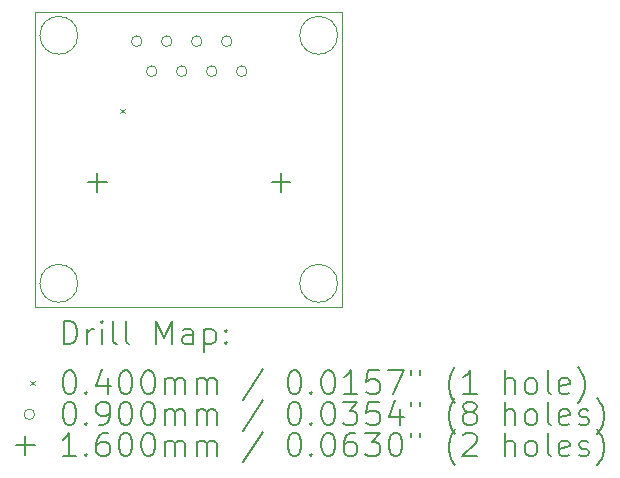
<source format=gbr>
%TF.GenerationSoftware,KiCad,Pcbnew,7.0.2-6a45011f42~172~ubuntu22.04.1*%
%TF.CreationDate,2023-07-12T13:58:45-05:00*%
%TF.ProjectId,Encoder,456e636f-6465-4722-9e6b-696361645f70,rev?*%
%TF.SameCoordinates,Original*%
%TF.FileFunction,Drillmap*%
%TF.FilePolarity,Positive*%
%FSLAX45Y45*%
G04 Gerber Fmt 4.5, Leading zero omitted, Abs format (unit mm)*
G04 Created by KiCad (PCBNEW 7.0.2-6a45011f42~172~ubuntu22.04.1) date 2023-07-12 13:58:45*
%MOMM*%
%LPD*%
G01*
G04 APERTURE LIST*
%ADD10C,0.100000*%
%ADD11C,0.200000*%
%ADD12C,0.040000*%
%ADD13C,0.090000*%
%ADD14C,0.160000*%
G04 APERTURE END LIST*
D10*
X7360000Y-5000000D02*
G75*
G03*
X7360000Y-5000000I-160000J0D01*
G01*
X5160000Y-5000000D02*
G75*
G03*
X5160000Y-5000000I-160000J0D01*
G01*
X4800000Y-4800000D02*
X7400000Y-4800000D01*
X7400000Y-7300000D01*
X4800000Y-7300000D01*
X4800000Y-4800000D01*
X5160000Y-7100000D02*
G75*
G03*
X5160000Y-7100000I-160000J0D01*
G01*
X7360000Y-7100000D02*
G75*
G03*
X7360000Y-7100000I-160000J0D01*
G01*
D11*
D12*
X5520000Y-5620000D02*
X5560000Y-5660000D01*
X5560000Y-5620000D02*
X5520000Y-5660000D01*
D13*
X5705000Y-5050000D02*
G75*
G03*
X5705000Y-5050000I-45000J0D01*
G01*
X5832000Y-5304000D02*
G75*
G03*
X5832000Y-5304000I-45000J0D01*
G01*
X5959000Y-5050000D02*
G75*
G03*
X5959000Y-5050000I-45000J0D01*
G01*
X6086000Y-5304000D02*
G75*
G03*
X6086000Y-5304000I-45000J0D01*
G01*
X6213000Y-5050000D02*
G75*
G03*
X6213000Y-5050000I-45000J0D01*
G01*
X6340000Y-5304000D02*
G75*
G03*
X6340000Y-5304000I-45000J0D01*
G01*
X6467000Y-5050000D02*
G75*
G03*
X6467000Y-5050000I-45000J0D01*
G01*
X6594000Y-5304000D02*
G75*
G03*
X6594000Y-5304000I-45000J0D01*
G01*
D14*
X5327500Y-6164000D02*
X5327500Y-6324000D01*
X5247500Y-6244000D02*
X5407500Y-6244000D01*
X6881500Y-6164000D02*
X6881500Y-6324000D01*
X6801500Y-6244000D02*
X6961500Y-6244000D01*
D11*
X5042619Y-7617524D02*
X5042619Y-7417524D01*
X5042619Y-7417524D02*
X5090238Y-7417524D01*
X5090238Y-7417524D02*
X5118810Y-7427048D01*
X5118810Y-7427048D02*
X5137857Y-7446095D01*
X5137857Y-7446095D02*
X5147381Y-7465143D01*
X5147381Y-7465143D02*
X5156905Y-7503238D01*
X5156905Y-7503238D02*
X5156905Y-7531809D01*
X5156905Y-7531809D02*
X5147381Y-7569905D01*
X5147381Y-7569905D02*
X5137857Y-7588952D01*
X5137857Y-7588952D02*
X5118810Y-7608000D01*
X5118810Y-7608000D02*
X5090238Y-7617524D01*
X5090238Y-7617524D02*
X5042619Y-7617524D01*
X5242619Y-7617524D02*
X5242619Y-7484190D01*
X5242619Y-7522286D02*
X5252143Y-7503238D01*
X5252143Y-7503238D02*
X5261667Y-7493714D01*
X5261667Y-7493714D02*
X5280714Y-7484190D01*
X5280714Y-7484190D02*
X5299762Y-7484190D01*
X5366429Y-7617524D02*
X5366429Y-7484190D01*
X5366429Y-7417524D02*
X5356905Y-7427048D01*
X5356905Y-7427048D02*
X5366429Y-7436571D01*
X5366429Y-7436571D02*
X5375952Y-7427048D01*
X5375952Y-7427048D02*
X5366429Y-7417524D01*
X5366429Y-7417524D02*
X5366429Y-7436571D01*
X5490238Y-7617524D02*
X5471190Y-7608000D01*
X5471190Y-7608000D02*
X5461667Y-7588952D01*
X5461667Y-7588952D02*
X5461667Y-7417524D01*
X5595000Y-7617524D02*
X5575952Y-7608000D01*
X5575952Y-7608000D02*
X5566429Y-7588952D01*
X5566429Y-7588952D02*
X5566429Y-7417524D01*
X5823571Y-7617524D02*
X5823571Y-7417524D01*
X5823571Y-7417524D02*
X5890238Y-7560381D01*
X5890238Y-7560381D02*
X5956905Y-7417524D01*
X5956905Y-7417524D02*
X5956905Y-7617524D01*
X6137857Y-7617524D02*
X6137857Y-7512762D01*
X6137857Y-7512762D02*
X6128333Y-7493714D01*
X6128333Y-7493714D02*
X6109286Y-7484190D01*
X6109286Y-7484190D02*
X6071190Y-7484190D01*
X6071190Y-7484190D02*
X6052143Y-7493714D01*
X6137857Y-7608000D02*
X6118809Y-7617524D01*
X6118809Y-7617524D02*
X6071190Y-7617524D01*
X6071190Y-7617524D02*
X6052143Y-7608000D01*
X6052143Y-7608000D02*
X6042619Y-7588952D01*
X6042619Y-7588952D02*
X6042619Y-7569905D01*
X6042619Y-7569905D02*
X6052143Y-7550857D01*
X6052143Y-7550857D02*
X6071190Y-7541333D01*
X6071190Y-7541333D02*
X6118809Y-7541333D01*
X6118809Y-7541333D02*
X6137857Y-7531809D01*
X6233095Y-7484190D02*
X6233095Y-7684190D01*
X6233095Y-7493714D02*
X6252143Y-7484190D01*
X6252143Y-7484190D02*
X6290238Y-7484190D01*
X6290238Y-7484190D02*
X6309286Y-7493714D01*
X6309286Y-7493714D02*
X6318809Y-7503238D01*
X6318809Y-7503238D02*
X6328333Y-7522286D01*
X6328333Y-7522286D02*
X6328333Y-7579428D01*
X6328333Y-7579428D02*
X6318809Y-7598476D01*
X6318809Y-7598476D02*
X6309286Y-7608000D01*
X6309286Y-7608000D02*
X6290238Y-7617524D01*
X6290238Y-7617524D02*
X6252143Y-7617524D01*
X6252143Y-7617524D02*
X6233095Y-7608000D01*
X6414048Y-7598476D02*
X6423571Y-7608000D01*
X6423571Y-7608000D02*
X6414048Y-7617524D01*
X6414048Y-7617524D02*
X6404524Y-7608000D01*
X6404524Y-7608000D02*
X6414048Y-7598476D01*
X6414048Y-7598476D02*
X6414048Y-7617524D01*
X6414048Y-7493714D02*
X6423571Y-7503238D01*
X6423571Y-7503238D02*
X6414048Y-7512762D01*
X6414048Y-7512762D02*
X6404524Y-7503238D01*
X6404524Y-7503238D02*
X6414048Y-7493714D01*
X6414048Y-7493714D02*
X6414048Y-7512762D01*
D12*
X4755000Y-7925000D02*
X4795000Y-7965000D01*
X4795000Y-7925000D02*
X4755000Y-7965000D01*
D11*
X5080714Y-7837524D02*
X5099762Y-7837524D01*
X5099762Y-7837524D02*
X5118810Y-7847048D01*
X5118810Y-7847048D02*
X5128333Y-7856571D01*
X5128333Y-7856571D02*
X5137857Y-7875619D01*
X5137857Y-7875619D02*
X5147381Y-7913714D01*
X5147381Y-7913714D02*
X5147381Y-7961333D01*
X5147381Y-7961333D02*
X5137857Y-7999428D01*
X5137857Y-7999428D02*
X5128333Y-8018476D01*
X5128333Y-8018476D02*
X5118810Y-8028000D01*
X5118810Y-8028000D02*
X5099762Y-8037524D01*
X5099762Y-8037524D02*
X5080714Y-8037524D01*
X5080714Y-8037524D02*
X5061667Y-8028000D01*
X5061667Y-8028000D02*
X5052143Y-8018476D01*
X5052143Y-8018476D02*
X5042619Y-7999428D01*
X5042619Y-7999428D02*
X5033095Y-7961333D01*
X5033095Y-7961333D02*
X5033095Y-7913714D01*
X5033095Y-7913714D02*
X5042619Y-7875619D01*
X5042619Y-7875619D02*
X5052143Y-7856571D01*
X5052143Y-7856571D02*
X5061667Y-7847048D01*
X5061667Y-7847048D02*
X5080714Y-7837524D01*
X5233095Y-8018476D02*
X5242619Y-8028000D01*
X5242619Y-8028000D02*
X5233095Y-8037524D01*
X5233095Y-8037524D02*
X5223571Y-8028000D01*
X5223571Y-8028000D02*
X5233095Y-8018476D01*
X5233095Y-8018476D02*
X5233095Y-8037524D01*
X5414048Y-7904190D02*
X5414048Y-8037524D01*
X5366429Y-7828000D02*
X5318810Y-7970857D01*
X5318810Y-7970857D02*
X5442619Y-7970857D01*
X5556905Y-7837524D02*
X5575952Y-7837524D01*
X5575952Y-7837524D02*
X5595000Y-7847048D01*
X5595000Y-7847048D02*
X5604524Y-7856571D01*
X5604524Y-7856571D02*
X5614048Y-7875619D01*
X5614048Y-7875619D02*
X5623571Y-7913714D01*
X5623571Y-7913714D02*
X5623571Y-7961333D01*
X5623571Y-7961333D02*
X5614048Y-7999428D01*
X5614048Y-7999428D02*
X5604524Y-8018476D01*
X5604524Y-8018476D02*
X5595000Y-8028000D01*
X5595000Y-8028000D02*
X5575952Y-8037524D01*
X5575952Y-8037524D02*
X5556905Y-8037524D01*
X5556905Y-8037524D02*
X5537857Y-8028000D01*
X5537857Y-8028000D02*
X5528333Y-8018476D01*
X5528333Y-8018476D02*
X5518810Y-7999428D01*
X5518810Y-7999428D02*
X5509286Y-7961333D01*
X5509286Y-7961333D02*
X5509286Y-7913714D01*
X5509286Y-7913714D02*
X5518810Y-7875619D01*
X5518810Y-7875619D02*
X5528333Y-7856571D01*
X5528333Y-7856571D02*
X5537857Y-7847048D01*
X5537857Y-7847048D02*
X5556905Y-7837524D01*
X5747381Y-7837524D02*
X5766429Y-7837524D01*
X5766429Y-7837524D02*
X5785476Y-7847048D01*
X5785476Y-7847048D02*
X5795000Y-7856571D01*
X5795000Y-7856571D02*
X5804524Y-7875619D01*
X5804524Y-7875619D02*
X5814048Y-7913714D01*
X5814048Y-7913714D02*
X5814048Y-7961333D01*
X5814048Y-7961333D02*
X5804524Y-7999428D01*
X5804524Y-7999428D02*
X5795000Y-8018476D01*
X5795000Y-8018476D02*
X5785476Y-8028000D01*
X5785476Y-8028000D02*
X5766429Y-8037524D01*
X5766429Y-8037524D02*
X5747381Y-8037524D01*
X5747381Y-8037524D02*
X5728333Y-8028000D01*
X5728333Y-8028000D02*
X5718809Y-8018476D01*
X5718809Y-8018476D02*
X5709286Y-7999428D01*
X5709286Y-7999428D02*
X5699762Y-7961333D01*
X5699762Y-7961333D02*
X5699762Y-7913714D01*
X5699762Y-7913714D02*
X5709286Y-7875619D01*
X5709286Y-7875619D02*
X5718809Y-7856571D01*
X5718809Y-7856571D02*
X5728333Y-7847048D01*
X5728333Y-7847048D02*
X5747381Y-7837524D01*
X5899762Y-8037524D02*
X5899762Y-7904190D01*
X5899762Y-7923238D02*
X5909286Y-7913714D01*
X5909286Y-7913714D02*
X5928333Y-7904190D01*
X5928333Y-7904190D02*
X5956905Y-7904190D01*
X5956905Y-7904190D02*
X5975952Y-7913714D01*
X5975952Y-7913714D02*
X5985476Y-7932762D01*
X5985476Y-7932762D02*
X5985476Y-8037524D01*
X5985476Y-7932762D02*
X5995000Y-7913714D01*
X5995000Y-7913714D02*
X6014048Y-7904190D01*
X6014048Y-7904190D02*
X6042619Y-7904190D01*
X6042619Y-7904190D02*
X6061667Y-7913714D01*
X6061667Y-7913714D02*
X6071190Y-7932762D01*
X6071190Y-7932762D02*
X6071190Y-8037524D01*
X6166429Y-8037524D02*
X6166429Y-7904190D01*
X6166429Y-7923238D02*
X6175952Y-7913714D01*
X6175952Y-7913714D02*
X6195000Y-7904190D01*
X6195000Y-7904190D02*
X6223571Y-7904190D01*
X6223571Y-7904190D02*
X6242619Y-7913714D01*
X6242619Y-7913714D02*
X6252143Y-7932762D01*
X6252143Y-7932762D02*
X6252143Y-8037524D01*
X6252143Y-7932762D02*
X6261667Y-7913714D01*
X6261667Y-7913714D02*
X6280714Y-7904190D01*
X6280714Y-7904190D02*
X6309286Y-7904190D01*
X6309286Y-7904190D02*
X6328333Y-7913714D01*
X6328333Y-7913714D02*
X6337857Y-7932762D01*
X6337857Y-7932762D02*
X6337857Y-8037524D01*
X6728333Y-7828000D02*
X6556905Y-8085143D01*
X6985476Y-7837524D02*
X7004524Y-7837524D01*
X7004524Y-7837524D02*
X7023572Y-7847048D01*
X7023572Y-7847048D02*
X7033095Y-7856571D01*
X7033095Y-7856571D02*
X7042619Y-7875619D01*
X7042619Y-7875619D02*
X7052143Y-7913714D01*
X7052143Y-7913714D02*
X7052143Y-7961333D01*
X7052143Y-7961333D02*
X7042619Y-7999428D01*
X7042619Y-7999428D02*
X7033095Y-8018476D01*
X7033095Y-8018476D02*
X7023572Y-8028000D01*
X7023572Y-8028000D02*
X7004524Y-8037524D01*
X7004524Y-8037524D02*
X6985476Y-8037524D01*
X6985476Y-8037524D02*
X6966429Y-8028000D01*
X6966429Y-8028000D02*
X6956905Y-8018476D01*
X6956905Y-8018476D02*
X6947381Y-7999428D01*
X6947381Y-7999428D02*
X6937857Y-7961333D01*
X6937857Y-7961333D02*
X6937857Y-7913714D01*
X6937857Y-7913714D02*
X6947381Y-7875619D01*
X6947381Y-7875619D02*
X6956905Y-7856571D01*
X6956905Y-7856571D02*
X6966429Y-7847048D01*
X6966429Y-7847048D02*
X6985476Y-7837524D01*
X7137857Y-8018476D02*
X7147381Y-8028000D01*
X7147381Y-8028000D02*
X7137857Y-8037524D01*
X7137857Y-8037524D02*
X7128333Y-8028000D01*
X7128333Y-8028000D02*
X7137857Y-8018476D01*
X7137857Y-8018476D02*
X7137857Y-8037524D01*
X7271191Y-7837524D02*
X7290238Y-7837524D01*
X7290238Y-7837524D02*
X7309286Y-7847048D01*
X7309286Y-7847048D02*
X7318810Y-7856571D01*
X7318810Y-7856571D02*
X7328333Y-7875619D01*
X7328333Y-7875619D02*
X7337857Y-7913714D01*
X7337857Y-7913714D02*
X7337857Y-7961333D01*
X7337857Y-7961333D02*
X7328333Y-7999428D01*
X7328333Y-7999428D02*
X7318810Y-8018476D01*
X7318810Y-8018476D02*
X7309286Y-8028000D01*
X7309286Y-8028000D02*
X7290238Y-8037524D01*
X7290238Y-8037524D02*
X7271191Y-8037524D01*
X7271191Y-8037524D02*
X7252143Y-8028000D01*
X7252143Y-8028000D02*
X7242619Y-8018476D01*
X7242619Y-8018476D02*
X7233095Y-7999428D01*
X7233095Y-7999428D02*
X7223572Y-7961333D01*
X7223572Y-7961333D02*
X7223572Y-7913714D01*
X7223572Y-7913714D02*
X7233095Y-7875619D01*
X7233095Y-7875619D02*
X7242619Y-7856571D01*
X7242619Y-7856571D02*
X7252143Y-7847048D01*
X7252143Y-7847048D02*
X7271191Y-7837524D01*
X7528333Y-8037524D02*
X7414048Y-8037524D01*
X7471191Y-8037524D02*
X7471191Y-7837524D01*
X7471191Y-7837524D02*
X7452143Y-7866095D01*
X7452143Y-7866095D02*
X7433095Y-7885143D01*
X7433095Y-7885143D02*
X7414048Y-7894667D01*
X7709286Y-7837524D02*
X7614048Y-7837524D01*
X7614048Y-7837524D02*
X7604524Y-7932762D01*
X7604524Y-7932762D02*
X7614048Y-7923238D01*
X7614048Y-7923238D02*
X7633095Y-7913714D01*
X7633095Y-7913714D02*
X7680714Y-7913714D01*
X7680714Y-7913714D02*
X7699762Y-7923238D01*
X7699762Y-7923238D02*
X7709286Y-7932762D01*
X7709286Y-7932762D02*
X7718810Y-7951809D01*
X7718810Y-7951809D02*
X7718810Y-7999428D01*
X7718810Y-7999428D02*
X7709286Y-8018476D01*
X7709286Y-8018476D02*
X7699762Y-8028000D01*
X7699762Y-8028000D02*
X7680714Y-8037524D01*
X7680714Y-8037524D02*
X7633095Y-8037524D01*
X7633095Y-8037524D02*
X7614048Y-8028000D01*
X7614048Y-8028000D02*
X7604524Y-8018476D01*
X7785476Y-7837524D02*
X7918810Y-7837524D01*
X7918810Y-7837524D02*
X7833095Y-8037524D01*
X7985476Y-7837524D02*
X7985476Y-7875619D01*
X8061667Y-7837524D02*
X8061667Y-7875619D01*
X8356905Y-8113714D02*
X8347381Y-8104190D01*
X8347381Y-8104190D02*
X8328334Y-8075619D01*
X8328334Y-8075619D02*
X8318810Y-8056571D01*
X8318810Y-8056571D02*
X8309286Y-8028000D01*
X8309286Y-8028000D02*
X8299762Y-7980381D01*
X8299762Y-7980381D02*
X8299762Y-7942286D01*
X8299762Y-7942286D02*
X8309286Y-7894667D01*
X8309286Y-7894667D02*
X8318810Y-7866095D01*
X8318810Y-7866095D02*
X8328334Y-7847048D01*
X8328334Y-7847048D02*
X8347381Y-7818476D01*
X8347381Y-7818476D02*
X8356905Y-7808952D01*
X8537857Y-8037524D02*
X8423572Y-8037524D01*
X8480715Y-8037524D02*
X8480715Y-7837524D01*
X8480715Y-7837524D02*
X8461667Y-7866095D01*
X8461667Y-7866095D02*
X8442619Y-7885143D01*
X8442619Y-7885143D02*
X8423572Y-7894667D01*
X8775953Y-8037524D02*
X8775953Y-7837524D01*
X8861667Y-8037524D02*
X8861667Y-7932762D01*
X8861667Y-7932762D02*
X8852143Y-7913714D01*
X8852143Y-7913714D02*
X8833096Y-7904190D01*
X8833096Y-7904190D02*
X8804524Y-7904190D01*
X8804524Y-7904190D02*
X8785477Y-7913714D01*
X8785477Y-7913714D02*
X8775953Y-7923238D01*
X8985477Y-8037524D02*
X8966429Y-8028000D01*
X8966429Y-8028000D02*
X8956905Y-8018476D01*
X8956905Y-8018476D02*
X8947381Y-7999428D01*
X8947381Y-7999428D02*
X8947381Y-7942286D01*
X8947381Y-7942286D02*
X8956905Y-7923238D01*
X8956905Y-7923238D02*
X8966429Y-7913714D01*
X8966429Y-7913714D02*
X8985477Y-7904190D01*
X8985477Y-7904190D02*
X9014048Y-7904190D01*
X9014048Y-7904190D02*
X9033096Y-7913714D01*
X9033096Y-7913714D02*
X9042619Y-7923238D01*
X9042619Y-7923238D02*
X9052143Y-7942286D01*
X9052143Y-7942286D02*
X9052143Y-7999428D01*
X9052143Y-7999428D02*
X9042619Y-8018476D01*
X9042619Y-8018476D02*
X9033096Y-8028000D01*
X9033096Y-8028000D02*
X9014048Y-8037524D01*
X9014048Y-8037524D02*
X8985477Y-8037524D01*
X9166429Y-8037524D02*
X9147381Y-8028000D01*
X9147381Y-8028000D02*
X9137858Y-8008952D01*
X9137858Y-8008952D02*
X9137858Y-7837524D01*
X9318810Y-8028000D02*
X9299762Y-8037524D01*
X9299762Y-8037524D02*
X9261667Y-8037524D01*
X9261667Y-8037524D02*
X9242619Y-8028000D01*
X9242619Y-8028000D02*
X9233096Y-8008952D01*
X9233096Y-8008952D02*
X9233096Y-7932762D01*
X9233096Y-7932762D02*
X9242619Y-7913714D01*
X9242619Y-7913714D02*
X9261667Y-7904190D01*
X9261667Y-7904190D02*
X9299762Y-7904190D01*
X9299762Y-7904190D02*
X9318810Y-7913714D01*
X9318810Y-7913714D02*
X9328334Y-7932762D01*
X9328334Y-7932762D02*
X9328334Y-7951809D01*
X9328334Y-7951809D02*
X9233096Y-7970857D01*
X9395000Y-8113714D02*
X9404524Y-8104190D01*
X9404524Y-8104190D02*
X9423572Y-8075619D01*
X9423572Y-8075619D02*
X9433096Y-8056571D01*
X9433096Y-8056571D02*
X9442619Y-8028000D01*
X9442619Y-8028000D02*
X9452143Y-7980381D01*
X9452143Y-7980381D02*
X9452143Y-7942286D01*
X9452143Y-7942286D02*
X9442619Y-7894667D01*
X9442619Y-7894667D02*
X9433096Y-7866095D01*
X9433096Y-7866095D02*
X9423572Y-7847048D01*
X9423572Y-7847048D02*
X9404524Y-7818476D01*
X9404524Y-7818476D02*
X9395000Y-7808952D01*
D13*
X4795000Y-8209000D02*
G75*
G03*
X4795000Y-8209000I-45000J0D01*
G01*
D11*
X5080714Y-8101524D02*
X5099762Y-8101524D01*
X5099762Y-8101524D02*
X5118810Y-8111048D01*
X5118810Y-8111048D02*
X5128333Y-8120571D01*
X5128333Y-8120571D02*
X5137857Y-8139619D01*
X5137857Y-8139619D02*
X5147381Y-8177714D01*
X5147381Y-8177714D02*
X5147381Y-8225333D01*
X5147381Y-8225333D02*
X5137857Y-8263428D01*
X5137857Y-8263428D02*
X5128333Y-8282476D01*
X5128333Y-8282476D02*
X5118810Y-8292000D01*
X5118810Y-8292000D02*
X5099762Y-8301524D01*
X5099762Y-8301524D02*
X5080714Y-8301524D01*
X5080714Y-8301524D02*
X5061667Y-8292000D01*
X5061667Y-8292000D02*
X5052143Y-8282476D01*
X5052143Y-8282476D02*
X5042619Y-8263428D01*
X5042619Y-8263428D02*
X5033095Y-8225333D01*
X5033095Y-8225333D02*
X5033095Y-8177714D01*
X5033095Y-8177714D02*
X5042619Y-8139619D01*
X5042619Y-8139619D02*
X5052143Y-8120571D01*
X5052143Y-8120571D02*
X5061667Y-8111048D01*
X5061667Y-8111048D02*
X5080714Y-8101524D01*
X5233095Y-8282476D02*
X5242619Y-8292000D01*
X5242619Y-8292000D02*
X5233095Y-8301524D01*
X5233095Y-8301524D02*
X5223571Y-8292000D01*
X5223571Y-8292000D02*
X5233095Y-8282476D01*
X5233095Y-8282476D02*
X5233095Y-8301524D01*
X5337857Y-8301524D02*
X5375952Y-8301524D01*
X5375952Y-8301524D02*
X5395000Y-8292000D01*
X5395000Y-8292000D02*
X5404524Y-8282476D01*
X5404524Y-8282476D02*
X5423571Y-8253905D01*
X5423571Y-8253905D02*
X5433095Y-8215809D01*
X5433095Y-8215809D02*
X5433095Y-8139619D01*
X5433095Y-8139619D02*
X5423571Y-8120571D01*
X5423571Y-8120571D02*
X5414048Y-8111048D01*
X5414048Y-8111048D02*
X5395000Y-8101524D01*
X5395000Y-8101524D02*
X5356905Y-8101524D01*
X5356905Y-8101524D02*
X5337857Y-8111048D01*
X5337857Y-8111048D02*
X5328333Y-8120571D01*
X5328333Y-8120571D02*
X5318810Y-8139619D01*
X5318810Y-8139619D02*
X5318810Y-8187238D01*
X5318810Y-8187238D02*
X5328333Y-8206286D01*
X5328333Y-8206286D02*
X5337857Y-8215809D01*
X5337857Y-8215809D02*
X5356905Y-8225333D01*
X5356905Y-8225333D02*
X5395000Y-8225333D01*
X5395000Y-8225333D02*
X5414048Y-8215809D01*
X5414048Y-8215809D02*
X5423571Y-8206286D01*
X5423571Y-8206286D02*
X5433095Y-8187238D01*
X5556905Y-8101524D02*
X5575952Y-8101524D01*
X5575952Y-8101524D02*
X5595000Y-8111048D01*
X5595000Y-8111048D02*
X5604524Y-8120571D01*
X5604524Y-8120571D02*
X5614048Y-8139619D01*
X5614048Y-8139619D02*
X5623571Y-8177714D01*
X5623571Y-8177714D02*
X5623571Y-8225333D01*
X5623571Y-8225333D02*
X5614048Y-8263428D01*
X5614048Y-8263428D02*
X5604524Y-8282476D01*
X5604524Y-8282476D02*
X5595000Y-8292000D01*
X5595000Y-8292000D02*
X5575952Y-8301524D01*
X5575952Y-8301524D02*
X5556905Y-8301524D01*
X5556905Y-8301524D02*
X5537857Y-8292000D01*
X5537857Y-8292000D02*
X5528333Y-8282476D01*
X5528333Y-8282476D02*
X5518810Y-8263428D01*
X5518810Y-8263428D02*
X5509286Y-8225333D01*
X5509286Y-8225333D02*
X5509286Y-8177714D01*
X5509286Y-8177714D02*
X5518810Y-8139619D01*
X5518810Y-8139619D02*
X5528333Y-8120571D01*
X5528333Y-8120571D02*
X5537857Y-8111048D01*
X5537857Y-8111048D02*
X5556905Y-8101524D01*
X5747381Y-8101524D02*
X5766429Y-8101524D01*
X5766429Y-8101524D02*
X5785476Y-8111048D01*
X5785476Y-8111048D02*
X5795000Y-8120571D01*
X5795000Y-8120571D02*
X5804524Y-8139619D01*
X5804524Y-8139619D02*
X5814048Y-8177714D01*
X5814048Y-8177714D02*
X5814048Y-8225333D01*
X5814048Y-8225333D02*
X5804524Y-8263428D01*
X5804524Y-8263428D02*
X5795000Y-8282476D01*
X5795000Y-8282476D02*
X5785476Y-8292000D01*
X5785476Y-8292000D02*
X5766429Y-8301524D01*
X5766429Y-8301524D02*
X5747381Y-8301524D01*
X5747381Y-8301524D02*
X5728333Y-8292000D01*
X5728333Y-8292000D02*
X5718809Y-8282476D01*
X5718809Y-8282476D02*
X5709286Y-8263428D01*
X5709286Y-8263428D02*
X5699762Y-8225333D01*
X5699762Y-8225333D02*
X5699762Y-8177714D01*
X5699762Y-8177714D02*
X5709286Y-8139619D01*
X5709286Y-8139619D02*
X5718809Y-8120571D01*
X5718809Y-8120571D02*
X5728333Y-8111048D01*
X5728333Y-8111048D02*
X5747381Y-8101524D01*
X5899762Y-8301524D02*
X5899762Y-8168190D01*
X5899762Y-8187238D02*
X5909286Y-8177714D01*
X5909286Y-8177714D02*
X5928333Y-8168190D01*
X5928333Y-8168190D02*
X5956905Y-8168190D01*
X5956905Y-8168190D02*
X5975952Y-8177714D01*
X5975952Y-8177714D02*
X5985476Y-8196762D01*
X5985476Y-8196762D02*
X5985476Y-8301524D01*
X5985476Y-8196762D02*
X5995000Y-8177714D01*
X5995000Y-8177714D02*
X6014048Y-8168190D01*
X6014048Y-8168190D02*
X6042619Y-8168190D01*
X6042619Y-8168190D02*
X6061667Y-8177714D01*
X6061667Y-8177714D02*
X6071190Y-8196762D01*
X6071190Y-8196762D02*
X6071190Y-8301524D01*
X6166429Y-8301524D02*
X6166429Y-8168190D01*
X6166429Y-8187238D02*
X6175952Y-8177714D01*
X6175952Y-8177714D02*
X6195000Y-8168190D01*
X6195000Y-8168190D02*
X6223571Y-8168190D01*
X6223571Y-8168190D02*
X6242619Y-8177714D01*
X6242619Y-8177714D02*
X6252143Y-8196762D01*
X6252143Y-8196762D02*
X6252143Y-8301524D01*
X6252143Y-8196762D02*
X6261667Y-8177714D01*
X6261667Y-8177714D02*
X6280714Y-8168190D01*
X6280714Y-8168190D02*
X6309286Y-8168190D01*
X6309286Y-8168190D02*
X6328333Y-8177714D01*
X6328333Y-8177714D02*
X6337857Y-8196762D01*
X6337857Y-8196762D02*
X6337857Y-8301524D01*
X6728333Y-8092000D02*
X6556905Y-8349143D01*
X6985476Y-8101524D02*
X7004524Y-8101524D01*
X7004524Y-8101524D02*
X7023572Y-8111048D01*
X7023572Y-8111048D02*
X7033095Y-8120571D01*
X7033095Y-8120571D02*
X7042619Y-8139619D01*
X7042619Y-8139619D02*
X7052143Y-8177714D01*
X7052143Y-8177714D02*
X7052143Y-8225333D01*
X7052143Y-8225333D02*
X7042619Y-8263428D01*
X7042619Y-8263428D02*
X7033095Y-8282476D01*
X7033095Y-8282476D02*
X7023572Y-8292000D01*
X7023572Y-8292000D02*
X7004524Y-8301524D01*
X7004524Y-8301524D02*
X6985476Y-8301524D01*
X6985476Y-8301524D02*
X6966429Y-8292000D01*
X6966429Y-8292000D02*
X6956905Y-8282476D01*
X6956905Y-8282476D02*
X6947381Y-8263428D01*
X6947381Y-8263428D02*
X6937857Y-8225333D01*
X6937857Y-8225333D02*
X6937857Y-8177714D01*
X6937857Y-8177714D02*
X6947381Y-8139619D01*
X6947381Y-8139619D02*
X6956905Y-8120571D01*
X6956905Y-8120571D02*
X6966429Y-8111048D01*
X6966429Y-8111048D02*
X6985476Y-8101524D01*
X7137857Y-8282476D02*
X7147381Y-8292000D01*
X7147381Y-8292000D02*
X7137857Y-8301524D01*
X7137857Y-8301524D02*
X7128333Y-8292000D01*
X7128333Y-8292000D02*
X7137857Y-8282476D01*
X7137857Y-8282476D02*
X7137857Y-8301524D01*
X7271191Y-8101524D02*
X7290238Y-8101524D01*
X7290238Y-8101524D02*
X7309286Y-8111048D01*
X7309286Y-8111048D02*
X7318810Y-8120571D01*
X7318810Y-8120571D02*
X7328333Y-8139619D01*
X7328333Y-8139619D02*
X7337857Y-8177714D01*
X7337857Y-8177714D02*
X7337857Y-8225333D01*
X7337857Y-8225333D02*
X7328333Y-8263428D01*
X7328333Y-8263428D02*
X7318810Y-8282476D01*
X7318810Y-8282476D02*
X7309286Y-8292000D01*
X7309286Y-8292000D02*
X7290238Y-8301524D01*
X7290238Y-8301524D02*
X7271191Y-8301524D01*
X7271191Y-8301524D02*
X7252143Y-8292000D01*
X7252143Y-8292000D02*
X7242619Y-8282476D01*
X7242619Y-8282476D02*
X7233095Y-8263428D01*
X7233095Y-8263428D02*
X7223572Y-8225333D01*
X7223572Y-8225333D02*
X7223572Y-8177714D01*
X7223572Y-8177714D02*
X7233095Y-8139619D01*
X7233095Y-8139619D02*
X7242619Y-8120571D01*
X7242619Y-8120571D02*
X7252143Y-8111048D01*
X7252143Y-8111048D02*
X7271191Y-8101524D01*
X7404524Y-8101524D02*
X7528333Y-8101524D01*
X7528333Y-8101524D02*
X7461667Y-8177714D01*
X7461667Y-8177714D02*
X7490238Y-8177714D01*
X7490238Y-8177714D02*
X7509286Y-8187238D01*
X7509286Y-8187238D02*
X7518810Y-8196762D01*
X7518810Y-8196762D02*
X7528333Y-8215809D01*
X7528333Y-8215809D02*
X7528333Y-8263428D01*
X7528333Y-8263428D02*
X7518810Y-8282476D01*
X7518810Y-8282476D02*
X7509286Y-8292000D01*
X7509286Y-8292000D02*
X7490238Y-8301524D01*
X7490238Y-8301524D02*
X7433095Y-8301524D01*
X7433095Y-8301524D02*
X7414048Y-8292000D01*
X7414048Y-8292000D02*
X7404524Y-8282476D01*
X7709286Y-8101524D02*
X7614048Y-8101524D01*
X7614048Y-8101524D02*
X7604524Y-8196762D01*
X7604524Y-8196762D02*
X7614048Y-8187238D01*
X7614048Y-8187238D02*
X7633095Y-8177714D01*
X7633095Y-8177714D02*
X7680714Y-8177714D01*
X7680714Y-8177714D02*
X7699762Y-8187238D01*
X7699762Y-8187238D02*
X7709286Y-8196762D01*
X7709286Y-8196762D02*
X7718810Y-8215809D01*
X7718810Y-8215809D02*
X7718810Y-8263428D01*
X7718810Y-8263428D02*
X7709286Y-8282476D01*
X7709286Y-8282476D02*
X7699762Y-8292000D01*
X7699762Y-8292000D02*
X7680714Y-8301524D01*
X7680714Y-8301524D02*
X7633095Y-8301524D01*
X7633095Y-8301524D02*
X7614048Y-8292000D01*
X7614048Y-8292000D02*
X7604524Y-8282476D01*
X7890238Y-8168190D02*
X7890238Y-8301524D01*
X7842619Y-8092000D02*
X7795000Y-8234857D01*
X7795000Y-8234857D02*
X7918810Y-8234857D01*
X7985476Y-8101524D02*
X7985476Y-8139619D01*
X8061667Y-8101524D02*
X8061667Y-8139619D01*
X8356905Y-8377714D02*
X8347381Y-8368190D01*
X8347381Y-8368190D02*
X8328334Y-8339619D01*
X8328334Y-8339619D02*
X8318810Y-8320571D01*
X8318810Y-8320571D02*
X8309286Y-8292000D01*
X8309286Y-8292000D02*
X8299762Y-8244381D01*
X8299762Y-8244381D02*
X8299762Y-8206286D01*
X8299762Y-8206286D02*
X8309286Y-8158667D01*
X8309286Y-8158667D02*
X8318810Y-8130095D01*
X8318810Y-8130095D02*
X8328334Y-8111048D01*
X8328334Y-8111048D02*
X8347381Y-8082476D01*
X8347381Y-8082476D02*
X8356905Y-8072952D01*
X8461667Y-8187238D02*
X8442619Y-8177714D01*
X8442619Y-8177714D02*
X8433096Y-8168190D01*
X8433096Y-8168190D02*
X8423572Y-8149143D01*
X8423572Y-8149143D02*
X8423572Y-8139619D01*
X8423572Y-8139619D02*
X8433096Y-8120571D01*
X8433096Y-8120571D02*
X8442619Y-8111048D01*
X8442619Y-8111048D02*
X8461667Y-8101524D01*
X8461667Y-8101524D02*
X8499762Y-8101524D01*
X8499762Y-8101524D02*
X8518810Y-8111048D01*
X8518810Y-8111048D02*
X8528334Y-8120571D01*
X8528334Y-8120571D02*
X8537857Y-8139619D01*
X8537857Y-8139619D02*
X8537857Y-8149143D01*
X8537857Y-8149143D02*
X8528334Y-8168190D01*
X8528334Y-8168190D02*
X8518810Y-8177714D01*
X8518810Y-8177714D02*
X8499762Y-8187238D01*
X8499762Y-8187238D02*
X8461667Y-8187238D01*
X8461667Y-8187238D02*
X8442619Y-8196762D01*
X8442619Y-8196762D02*
X8433096Y-8206286D01*
X8433096Y-8206286D02*
X8423572Y-8225333D01*
X8423572Y-8225333D02*
X8423572Y-8263428D01*
X8423572Y-8263428D02*
X8433096Y-8282476D01*
X8433096Y-8282476D02*
X8442619Y-8292000D01*
X8442619Y-8292000D02*
X8461667Y-8301524D01*
X8461667Y-8301524D02*
X8499762Y-8301524D01*
X8499762Y-8301524D02*
X8518810Y-8292000D01*
X8518810Y-8292000D02*
X8528334Y-8282476D01*
X8528334Y-8282476D02*
X8537857Y-8263428D01*
X8537857Y-8263428D02*
X8537857Y-8225333D01*
X8537857Y-8225333D02*
X8528334Y-8206286D01*
X8528334Y-8206286D02*
X8518810Y-8196762D01*
X8518810Y-8196762D02*
X8499762Y-8187238D01*
X8775953Y-8301524D02*
X8775953Y-8101524D01*
X8861667Y-8301524D02*
X8861667Y-8196762D01*
X8861667Y-8196762D02*
X8852143Y-8177714D01*
X8852143Y-8177714D02*
X8833096Y-8168190D01*
X8833096Y-8168190D02*
X8804524Y-8168190D01*
X8804524Y-8168190D02*
X8785477Y-8177714D01*
X8785477Y-8177714D02*
X8775953Y-8187238D01*
X8985477Y-8301524D02*
X8966429Y-8292000D01*
X8966429Y-8292000D02*
X8956905Y-8282476D01*
X8956905Y-8282476D02*
X8947381Y-8263428D01*
X8947381Y-8263428D02*
X8947381Y-8206286D01*
X8947381Y-8206286D02*
X8956905Y-8187238D01*
X8956905Y-8187238D02*
X8966429Y-8177714D01*
X8966429Y-8177714D02*
X8985477Y-8168190D01*
X8985477Y-8168190D02*
X9014048Y-8168190D01*
X9014048Y-8168190D02*
X9033096Y-8177714D01*
X9033096Y-8177714D02*
X9042619Y-8187238D01*
X9042619Y-8187238D02*
X9052143Y-8206286D01*
X9052143Y-8206286D02*
X9052143Y-8263428D01*
X9052143Y-8263428D02*
X9042619Y-8282476D01*
X9042619Y-8282476D02*
X9033096Y-8292000D01*
X9033096Y-8292000D02*
X9014048Y-8301524D01*
X9014048Y-8301524D02*
X8985477Y-8301524D01*
X9166429Y-8301524D02*
X9147381Y-8292000D01*
X9147381Y-8292000D02*
X9137858Y-8272952D01*
X9137858Y-8272952D02*
X9137858Y-8101524D01*
X9318810Y-8292000D02*
X9299762Y-8301524D01*
X9299762Y-8301524D02*
X9261667Y-8301524D01*
X9261667Y-8301524D02*
X9242619Y-8292000D01*
X9242619Y-8292000D02*
X9233096Y-8272952D01*
X9233096Y-8272952D02*
X9233096Y-8196762D01*
X9233096Y-8196762D02*
X9242619Y-8177714D01*
X9242619Y-8177714D02*
X9261667Y-8168190D01*
X9261667Y-8168190D02*
X9299762Y-8168190D01*
X9299762Y-8168190D02*
X9318810Y-8177714D01*
X9318810Y-8177714D02*
X9328334Y-8196762D01*
X9328334Y-8196762D02*
X9328334Y-8215809D01*
X9328334Y-8215809D02*
X9233096Y-8234857D01*
X9404524Y-8292000D02*
X9423572Y-8301524D01*
X9423572Y-8301524D02*
X9461667Y-8301524D01*
X9461667Y-8301524D02*
X9480715Y-8292000D01*
X9480715Y-8292000D02*
X9490239Y-8272952D01*
X9490239Y-8272952D02*
X9490239Y-8263428D01*
X9490239Y-8263428D02*
X9480715Y-8244381D01*
X9480715Y-8244381D02*
X9461667Y-8234857D01*
X9461667Y-8234857D02*
X9433096Y-8234857D01*
X9433096Y-8234857D02*
X9414048Y-8225333D01*
X9414048Y-8225333D02*
X9404524Y-8206286D01*
X9404524Y-8206286D02*
X9404524Y-8196762D01*
X9404524Y-8196762D02*
X9414048Y-8177714D01*
X9414048Y-8177714D02*
X9433096Y-8168190D01*
X9433096Y-8168190D02*
X9461667Y-8168190D01*
X9461667Y-8168190D02*
X9480715Y-8177714D01*
X9556905Y-8377714D02*
X9566429Y-8368190D01*
X9566429Y-8368190D02*
X9585477Y-8339619D01*
X9585477Y-8339619D02*
X9595000Y-8320571D01*
X9595000Y-8320571D02*
X9604524Y-8292000D01*
X9604524Y-8292000D02*
X9614048Y-8244381D01*
X9614048Y-8244381D02*
X9614048Y-8206286D01*
X9614048Y-8206286D02*
X9604524Y-8158667D01*
X9604524Y-8158667D02*
X9595000Y-8130095D01*
X9595000Y-8130095D02*
X9585477Y-8111048D01*
X9585477Y-8111048D02*
X9566429Y-8082476D01*
X9566429Y-8082476D02*
X9556905Y-8072952D01*
D14*
X4715000Y-8393000D02*
X4715000Y-8553000D01*
X4635000Y-8473000D02*
X4795000Y-8473000D01*
D11*
X5147381Y-8565524D02*
X5033095Y-8565524D01*
X5090238Y-8565524D02*
X5090238Y-8365524D01*
X5090238Y-8365524D02*
X5071190Y-8394095D01*
X5071190Y-8394095D02*
X5052143Y-8413143D01*
X5052143Y-8413143D02*
X5033095Y-8422667D01*
X5233095Y-8546476D02*
X5242619Y-8556000D01*
X5242619Y-8556000D02*
X5233095Y-8565524D01*
X5233095Y-8565524D02*
X5223571Y-8556000D01*
X5223571Y-8556000D02*
X5233095Y-8546476D01*
X5233095Y-8546476D02*
X5233095Y-8565524D01*
X5414048Y-8365524D02*
X5375952Y-8365524D01*
X5375952Y-8365524D02*
X5356905Y-8375048D01*
X5356905Y-8375048D02*
X5347381Y-8384571D01*
X5347381Y-8384571D02*
X5328333Y-8413143D01*
X5328333Y-8413143D02*
X5318810Y-8451238D01*
X5318810Y-8451238D02*
X5318810Y-8527429D01*
X5318810Y-8527429D02*
X5328333Y-8546476D01*
X5328333Y-8546476D02*
X5337857Y-8556000D01*
X5337857Y-8556000D02*
X5356905Y-8565524D01*
X5356905Y-8565524D02*
X5395000Y-8565524D01*
X5395000Y-8565524D02*
X5414048Y-8556000D01*
X5414048Y-8556000D02*
X5423571Y-8546476D01*
X5423571Y-8546476D02*
X5433095Y-8527429D01*
X5433095Y-8527429D02*
X5433095Y-8479810D01*
X5433095Y-8479810D02*
X5423571Y-8460762D01*
X5423571Y-8460762D02*
X5414048Y-8451238D01*
X5414048Y-8451238D02*
X5395000Y-8441714D01*
X5395000Y-8441714D02*
X5356905Y-8441714D01*
X5356905Y-8441714D02*
X5337857Y-8451238D01*
X5337857Y-8451238D02*
X5328333Y-8460762D01*
X5328333Y-8460762D02*
X5318810Y-8479810D01*
X5556905Y-8365524D02*
X5575952Y-8365524D01*
X5575952Y-8365524D02*
X5595000Y-8375048D01*
X5595000Y-8375048D02*
X5604524Y-8384571D01*
X5604524Y-8384571D02*
X5614048Y-8403619D01*
X5614048Y-8403619D02*
X5623571Y-8441714D01*
X5623571Y-8441714D02*
X5623571Y-8489333D01*
X5623571Y-8489333D02*
X5614048Y-8527429D01*
X5614048Y-8527429D02*
X5604524Y-8546476D01*
X5604524Y-8546476D02*
X5595000Y-8556000D01*
X5595000Y-8556000D02*
X5575952Y-8565524D01*
X5575952Y-8565524D02*
X5556905Y-8565524D01*
X5556905Y-8565524D02*
X5537857Y-8556000D01*
X5537857Y-8556000D02*
X5528333Y-8546476D01*
X5528333Y-8546476D02*
X5518810Y-8527429D01*
X5518810Y-8527429D02*
X5509286Y-8489333D01*
X5509286Y-8489333D02*
X5509286Y-8441714D01*
X5509286Y-8441714D02*
X5518810Y-8403619D01*
X5518810Y-8403619D02*
X5528333Y-8384571D01*
X5528333Y-8384571D02*
X5537857Y-8375048D01*
X5537857Y-8375048D02*
X5556905Y-8365524D01*
X5747381Y-8365524D02*
X5766429Y-8365524D01*
X5766429Y-8365524D02*
X5785476Y-8375048D01*
X5785476Y-8375048D02*
X5795000Y-8384571D01*
X5795000Y-8384571D02*
X5804524Y-8403619D01*
X5804524Y-8403619D02*
X5814048Y-8441714D01*
X5814048Y-8441714D02*
X5814048Y-8489333D01*
X5814048Y-8489333D02*
X5804524Y-8527429D01*
X5804524Y-8527429D02*
X5795000Y-8546476D01*
X5795000Y-8546476D02*
X5785476Y-8556000D01*
X5785476Y-8556000D02*
X5766429Y-8565524D01*
X5766429Y-8565524D02*
X5747381Y-8565524D01*
X5747381Y-8565524D02*
X5728333Y-8556000D01*
X5728333Y-8556000D02*
X5718809Y-8546476D01*
X5718809Y-8546476D02*
X5709286Y-8527429D01*
X5709286Y-8527429D02*
X5699762Y-8489333D01*
X5699762Y-8489333D02*
X5699762Y-8441714D01*
X5699762Y-8441714D02*
X5709286Y-8403619D01*
X5709286Y-8403619D02*
X5718809Y-8384571D01*
X5718809Y-8384571D02*
X5728333Y-8375048D01*
X5728333Y-8375048D02*
X5747381Y-8365524D01*
X5899762Y-8565524D02*
X5899762Y-8432190D01*
X5899762Y-8451238D02*
X5909286Y-8441714D01*
X5909286Y-8441714D02*
X5928333Y-8432190D01*
X5928333Y-8432190D02*
X5956905Y-8432190D01*
X5956905Y-8432190D02*
X5975952Y-8441714D01*
X5975952Y-8441714D02*
X5985476Y-8460762D01*
X5985476Y-8460762D02*
X5985476Y-8565524D01*
X5985476Y-8460762D02*
X5995000Y-8441714D01*
X5995000Y-8441714D02*
X6014048Y-8432190D01*
X6014048Y-8432190D02*
X6042619Y-8432190D01*
X6042619Y-8432190D02*
X6061667Y-8441714D01*
X6061667Y-8441714D02*
X6071190Y-8460762D01*
X6071190Y-8460762D02*
X6071190Y-8565524D01*
X6166429Y-8565524D02*
X6166429Y-8432190D01*
X6166429Y-8451238D02*
X6175952Y-8441714D01*
X6175952Y-8441714D02*
X6195000Y-8432190D01*
X6195000Y-8432190D02*
X6223571Y-8432190D01*
X6223571Y-8432190D02*
X6242619Y-8441714D01*
X6242619Y-8441714D02*
X6252143Y-8460762D01*
X6252143Y-8460762D02*
X6252143Y-8565524D01*
X6252143Y-8460762D02*
X6261667Y-8441714D01*
X6261667Y-8441714D02*
X6280714Y-8432190D01*
X6280714Y-8432190D02*
X6309286Y-8432190D01*
X6309286Y-8432190D02*
X6328333Y-8441714D01*
X6328333Y-8441714D02*
X6337857Y-8460762D01*
X6337857Y-8460762D02*
X6337857Y-8565524D01*
X6728333Y-8356000D02*
X6556905Y-8613143D01*
X6985476Y-8365524D02*
X7004524Y-8365524D01*
X7004524Y-8365524D02*
X7023572Y-8375048D01*
X7023572Y-8375048D02*
X7033095Y-8384571D01*
X7033095Y-8384571D02*
X7042619Y-8403619D01*
X7042619Y-8403619D02*
X7052143Y-8441714D01*
X7052143Y-8441714D02*
X7052143Y-8489333D01*
X7052143Y-8489333D02*
X7042619Y-8527429D01*
X7042619Y-8527429D02*
X7033095Y-8546476D01*
X7033095Y-8546476D02*
X7023572Y-8556000D01*
X7023572Y-8556000D02*
X7004524Y-8565524D01*
X7004524Y-8565524D02*
X6985476Y-8565524D01*
X6985476Y-8565524D02*
X6966429Y-8556000D01*
X6966429Y-8556000D02*
X6956905Y-8546476D01*
X6956905Y-8546476D02*
X6947381Y-8527429D01*
X6947381Y-8527429D02*
X6937857Y-8489333D01*
X6937857Y-8489333D02*
X6937857Y-8441714D01*
X6937857Y-8441714D02*
X6947381Y-8403619D01*
X6947381Y-8403619D02*
X6956905Y-8384571D01*
X6956905Y-8384571D02*
X6966429Y-8375048D01*
X6966429Y-8375048D02*
X6985476Y-8365524D01*
X7137857Y-8546476D02*
X7147381Y-8556000D01*
X7147381Y-8556000D02*
X7137857Y-8565524D01*
X7137857Y-8565524D02*
X7128333Y-8556000D01*
X7128333Y-8556000D02*
X7137857Y-8546476D01*
X7137857Y-8546476D02*
X7137857Y-8565524D01*
X7271191Y-8365524D02*
X7290238Y-8365524D01*
X7290238Y-8365524D02*
X7309286Y-8375048D01*
X7309286Y-8375048D02*
X7318810Y-8384571D01*
X7318810Y-8384571D02*
X7328333Y-8403619D01*
X7328333Y-8403619D02*
X7337857Y-8441714D01*
X7337857Y-8441714D02*
X7337857Y-8489333D01*
X7337857Y-8489333D02*
X7328333Y-8527429D01*
X7328333Y-8527429D02*
X7318810Y-8546476D01*
X7318810Y-8546476D02*
X7309286Y-8556000D01*
X7309286Y-8556000D02*
X7290238Y-8565524D01*
X7290238Y-8565524D02*
X7271191Y-8565524D01*
X7271191Y-8565524D02*
X7252143Y-8556000D01*
X7252143Y-8556000D02*
X7242619Y-8546476D01*
X7242619Y-8546476D02*
X7233095Y-8527429D01*
X7233095Y-8527429D02*
X7223572Y-8489333D01*
X7223572Y-8489333D02*
X7223572Y-8441714D01*
X7223572Y-8441714D02*
X7233095Y-8403619D01*
X7233095Y-8403619D02*
X7242619Y-8384571D01*
X7242619Y-8384571D02*
X7252143Y-8375048D01*
X7252143Y-8375048D02*
X7271191Y-8365524D01*
X7509286Y-8365524D02*
X7471191Y-8365524D01*
X7471191Y-8365524D02*
X7452143Y-8375048D01*
X7452143Y-8375048D02*
X7442619Y-8384571D01*
X7442619Y-8384571D02*
X7423572Y-8413143D01*
X7423572Y-8413143D02*
X7414048Y-8451238D01*
X7414048Y-8451238D02*
X7414048Y-8527429D01*
X7414048Y-8527429D02*
X7423572Y-8546476D01*
X7423572Y-8546476D02*
X7433095Y-8556000D01*
X7433095Y-8556000D02*
X7452143Y-8565524D01*
X7452143Y-8565524D02*
X7490238Y-8565524D01*
X7490238Y-8565524D02*
X7509286Y-8556000D01*
X7509286Y-8556000D02*
X7518810Y-8546476D01*
X7518810Y-8546476D02*
X7528333Y-8527429D01*
X7528333Y-8527429D02*
X7528333Y-8479810D01*
X7528333Y-8479810D02*
X7518810Y-8460762D01*
X7518810Y-8460762D02*
X7509286Y-8451238D01*
X7509286Y-8451238D02*
X7490238Y-8441714D01*
X7490238Y-8441714D02*
X7452143Y-8441714D01*
X7452143Y-8441714D02*
X7433095Y-8451238D01*
X7433095Y-8451238D02*
X7423572Y-8460762D01*
X7423572Y-8460762D02*
X7414048Y-8479810D01*
X7595000Y-8365524D02*
X7718810Y-8365524D01*
X7718810Y-8365524D02*
X7652143Y-8441714D01*
X7652143Y-8441714D02*
X7680714Y-8441714D01*
X7680714Y-8441714D02*
X7699762Y-8451238D01*
X7699762Y-8451238D02*
X7709286Y-8460762D01*
X7709286Y-8460762D02*
X7718810Y-8479810D01*
X7718810Y-8479810D02*
X7718810Y-8527429D01*
X7718810Y-8527429D02*
X7709286Y-8546476D01*
X7709286Y-8546476D02*
X7699762Y-8556000D01*
X7699762Y-8556000D02*
X7680714Y-8565524D01*
X7680714Y-8565524D02*
X7623572Y-8565524D01*
X7623572Y-8565524D02*
X7604524Y-8556000D01*
X7604524Y-8556000D02*
X7595000Y-8546476D01*
X7842619Y-8365524D02*
X7861667Y-8365524D01*
X7861667Y-8365524D02*
X7880714Y-8375048D01*
X7880714Y-8375048D02*
X7890238Y-8384571D01*
X7890238Y-8384571D02*
X7899762Y-8403619D01*
X7899762Y-8403619D02*
X7909286Y-8441714D01*
X7909286Y-8441714D02*
X7909286Y-8489333D01*
X7909286Y-8489333D02*
X7899762Y-8527429D01*
X7899762Y-8527429D02*
X7890238Y-8546476D01*
X7890238Y-8546476D02*
X7880714Y-8556000D01*
X7880714Y-8556000D02*
X7861667Y-8565524D01*
X7861667Y-8565524D02*
X7842619Y-8565524D01*
X7842619Y-8565524D02*
X7823572Y-8556000D01*
X7823572Y-8556000D02*
X7814048Y-8546476D01*
X7814048Y-8546476D02*
X7804524Y-8527429D01*
X7804524Y-8527429D02*
X7795000Y-8489333D01*
X7795000Y-8489333D02*
X7795000Y-8441714D01*
X7795000Y-8441714D02*
X7804524Y-8403619D01*
X7804524Y-8403619D02*
X7814048Y-8384571D01*
X7814048Y-8384571D02*
X7823572Y-8375048D01*
X7823572Y-8375048D02*
X7842619Y-8365524D01*
X7985476Y-8365524D02*
X7985476Y-8403619D01*
X8061667Y-8365524D02*
X8061667Y-8403619D01*
X8356905Y-8641714D02*
X8347381Y-8632190D01*
X8347381Y-8632190D02*
X8328334Y-8603619D01*
X8328334Y-8603619D02*
X8318810Y-8584571D01*
X8318810Y-8584571D02*
X8309286Y-8556000D01*
X8309286Y-8556000D02*
X8299762Y-8508381D01*
X8299762Y-8508381D02*
X8299762Y-8470286D01*
X8299762Y-8470286D02*
X8309286Y-8422667D01*
X8309286Y-8422667D02*
X8318810Y-8394095D01*
X8318810Y-8394095D02*
X8328334Y-8375048D01*
X8328334Y-8375048D02*
X8347381Y-8346476D01*
X8347381Y-8346476D02*
X8356905Y-8336952D01*
X8423572Y-8384571D02*
X8433096Y-8375048D01*
X8433096Y-8375048D02*
X8452143Y-8365524D01*
X8452143Y-8365524D02*
X8499762Y-8365524D01*
X8499762Y-8365524D02*
X8518810Y-8375048D01*
X8518810Y-8375048D02*
X8528334Y-8384571D01*
X8528334Y-8384571D02*
X8537857Y-8403619D01*
X8537857Y-8403619D02*
X8537857Y-8422667D01*
X8537857Y-8422667D02*
X8528334Y-8451238D01*
X8528334Y-8451238D02*
X8414048Y-8565524D01*
X8414048Y-8565524D02*
X8537857Y-8565524D01*
X8775953Y-8565524D02*
X8775953Y-8365524D01*
X8861667Y-8565524D02*
X8861667Y-8460762D01*
X8861667Y-8460762D02*
X8852143Y-8441714D01*
X8852143Y-8441714D02*
X8833096Y-8432190D01*
X8833096Y-8432190D02*
X8804524Y-8432190D01*
X8804524Y-8432190D02*
X8785477Y-8441714D01*
X8785477Y-8441714D02*
X8775953Y-8451238D01*
X8985477Y-8565524D02*
X8966429Y-8556000D01*
X8966429Y-8556000D02*
X8956905Y-8546476D01*
X8956905Y-8546476D02*
X8947381Y-8527429D01*
X8947381Y-8527429D02*
X8947381Y-8470286D01*
X8947381Y-8470286D02*
X8956905Y-8451238D01*
X8956905Y-8451238D02*
X8966429Y-8441714D01*
X8966429Y-8441714D02*
X8985477Y-8432190D01*
X8985477Y-8432190D02*
X9014048Y-8432190D01*
X9014048Y-8432190D02*
X9033096Y-8441714D01*
X9033096Y-8441714D02*
X9042619Y-8451238D01*
X9042619Y-8451238D02*
X9052143Y-8470286D01*
X9052143Y-8470286D02*
X9052143Y-8527429D01*
X9052143Y-8527429D02*
X9042619Y-8546476D01*
X9042619Y-8546476D02*
X9033096Y-8556000D01*
X9033096Y-8556000D02*
X9014048Y-8565524D01*
X9014048Y-8565524D02*
X8985477Y-8565524D01*
X9166429Y-8565524D02*
X9147381Y-8556000D01*
X9147381Y-8556000D02*
X9137858Y-8536952D01*
X9137858Y-8536952D02*
X9137858Y-8365524D01*
X9318810Y-8556000D02*
X9299762Y-8565524D01*
X9299762Y-8565524D02*
X9261667Y-8565524D01*
X9261667Y-8565524D02*
X9242619Y-8556000D01*
X9242619Y-8556000D02*
X9233096Y-8536952D01*
X9233096Y-8536952D02*
X9233096Y-8460762D01*
X9233096Y-8460762D02*
X9242619Y-8441714D01*
X9242619Y-8441714D02*
X9261667Y-8432190D01*
X9261667Y-8432190D02*
X9299762Y-8432190D01*
X9299762Y-8432190D02*
X9318810Y-8441714D01*
X9318810Y-8441714D02*
X9328334Y-8460762D01*
X9328334Y-8460762D02*
X9328334Y-8479810D01*
X9328334Y-8479810D02*
X9233096Y-8498857D01*
X9404524Y-8556000D02*
X9423572Y-8565524D01*
X9423572Y-8565524D02*
X9461667Y-8565524D01*
X9461667Y-8565524D02*
X9480715Y-8556000D01*
X9480715Y-8556000D02*
X9490239Y-8536952D01*
X9490239Y-8536952D02*
X9490239Y-8527429D01*
X9490239Y-8527429D02*
X9480715Y-8508381D01*
X9480715Y-8508381D02*
X9461667Y-8498857D01*
X9461667Y-8498857D02*
X9433096Y-8498857D01*
X9433096Y-8498857D02*
X9414048Y-8489333D01*
X9414048Y-8489333D02*
X9404524Y-8470286D01*
X9404524Y-8470286D02*
X9404524Y-8460762D01*
X9404524Y-8460762D02*
X9414048Y-8441714D01*
X9414048Y-8441714D02*
X9433096Y-8432190D01*
X9433096Y-8432190D02*
X9461667Y-8432190D01*
X9461667Y-8432190D02*
X9480715Y-8441714D01*
X9556905Y-8641714D02*
X9566429Y-8632190D01*
X9566429Y-8632190D02*
X9585477Y-8603619D01*
X9585477Y-8603619D02*
X9595000Y-8584571D01*
X9595000Y-8584571D02*
X9604524Y-8556000D01*
X9604524Y-8556000D02*
X9614048Y-8508381D01*
X9614048Y-8508381D02*
X9614048Y-8470286D01*
X9614048Y-8470286D02*
X9604524Y-8422667D01*
X9604524Y-8422667D02*
X9595000Y-8394095D01*
X9595000Y-8394095D02*
X9585477Y-8375048D01*
X9585477Y-8375048D02*
X9566429Y-8346476D01*
X9566429Y-8346476D02*
X9556905Y-8336952D01*
M02*

</source>
